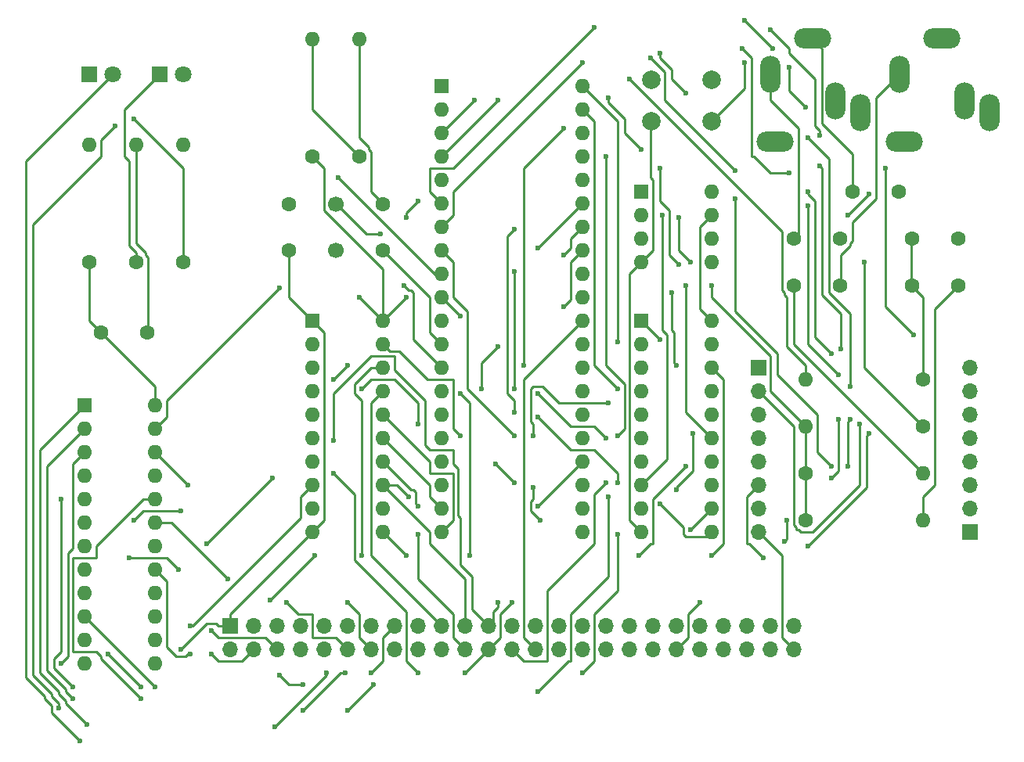
<source format=gtl>
G04 #@! TF.FileFunction,Copper,L1,Top,Signal*
%FSLAX46Y46*%
G04 Gerber Fmt 4.6, Leading zero omitted, Abs format (unit mm)*
G04 Created by KiCad (PCBNEW 4.0.7) date 03/30/18 14:47:40*
%MOMM*%
%LPD*%
G01*
G04 APERTURE LIST*
%ADD10C,0.100000*%
%ADD11C,1.600000*%
%ADD12R,1.700000X1.700000*%
%ADD13O,1.700000X1.700000*%
%ADD14R,1.800000X1.800000*%
%ADD15C,1.800000*%
%ADD16C,1.700000*%
%ADD17O,1.600000X1.600000*%
%ADD18C,2.000000*%
%ADD19R,1.600000X1.600000*%
%ADD20O,2.200000X4.000000*%
%ADD21O,4.000000X2.200000*%
%ADD22C,0.600000*%
%ADD23C,0.250000*%
G04 APERTURE END LIST*
D10*
D11*
X100330000Y-73660000D03*
X100330000Y-68660000D03*
X110490000Y-73660000D03*
X110490000Y-68660000D03*
X80010000Y-82550000D03*
X85010000Y-82550000D03*
D12*
X93980000Y-114300000D03*
D13*
X93980000Y-116840000D03*
X96520000Y-114300000D03*
X96520000Y-116840000D03*
X99060000Y-114300000D03*
X99060000Y-116840000D03*
X101600000Y-114300000D03*
X101600000Y-116840000D03*
X104140000Y-114300000D03*
X104140000Y-116840000D03*
X106680000Y-114300000D03*
X106680000Y-116840000D03*
X109220000Y-114300000D03*
X109220000Y-116840000D03*
X111760000Y-114300000D03*
X111760000Y-116840000D03*
X114300000Y-114300000D03*
X114300000Y-116840000D03*
X116840000Y-114300000D03*
X116840000Y-116840000D03*
X119380000Y-114300000D03*
X119380000Y-116840000D03*
X121920000Y-114300000D03*
X121920000Y-116840000D03*
X124460000Y-114300000D03*
X124460000Y-116840000D03*
X127000000Y-114300000D03*
X127000000Y-116840000D03*
X129540000Y-114300000D03*
X129540000Y-116840000D03*
X132080000Y-114300000D03*
X132080000Y-116840000D03*
X134620000Y-114300000D03*
X134620000Y-116840000D03*
X137160000Y-114300000D03*
X137160000Y-116840000D03*
X139700000Y-114300000D03*
X139700000Y-116840000D03*
X142240000Y-114300000D03*
X142240000Y-116840000D03*
X144780000Y-114300000D03*
X144780000Y-116840000D03*
X147320000Y-114300000D03*
X147320000Y-116840000D03*
X149860000Y-114300000D03*
X149860000Y-116840000D03*
X152400000Y-114300000D03*
X152400000Y-116840000D03*
X154940000Y-114300000D03*
X154940000Y-116840000D03*
D14*
X86360000Y-54610000D03*
D15*
X88900000Y-54610000D03*
D14*
X78740000Y-54610000D03*
D15*
X81280000Y-54610000D03*
D12*
X151130000Y-86360000D03*
D13*
X151130000Y-88900000D03*
X151130000Y-91440000D03*
X151130000Y-93980000D03*
X151130000Y-96520000D03*
X151130000Y-99060000D03*
X151130000Y-101600000D03*
X151130000Y-104140000D03*
D12*
X173990000Y-104140000D03*
D13*
X173990000Y-101600000D03*
X173990000Y-99060000D03*
X173990000Y-96520000D03*
X173990000Y-93980000D03*
X173990000Y-91440000D03*
X173990000Y-88900000D03*
X173990000Y-86360000D03*
D16*
X105410000Y-73660000D03*
X105410000Y-68660000D03*
D11*
X78740000Y-74930000D03*
D17*
X78740000Y-62230000D03*
D11*
X83820000Y-74930000D03*
D17*
X83820000Y-62230000D03*
D11*
X88900000Y-74930000D03*
D17*
X88900000Y-62230000D03*
D18*
X146050000Y-55190000D03*
X146050000Y-59690000D03*
X139550000Y-55190000D03*
X139550000Y-59690000D03*
D19*
X78232000Y-90424000D03*
D17*
X85852000Y-118364000D03*
X78232000Y-92964000D03*
X85852000Y-115824000D03*
X78232000Y-95504000D03*
X85852000Y-113284000D03*
X78232000Y-98044000D03*
X85852000Y-110744000D03*
X78232000Y-100584000D03*
X85852000Y-108204000D03*
X78232000Y-103124000D03*
X85852000Y-105664000D03*
X78232000Y-105664000D03*
X85852000Y-103124000D03*
X78232000Y-108204000D03*
X85852000Y-100584000D03*
X78232000Y-110744000D03*
X85852000Y-98044000D03*
X78232000Y-113284000D03*
X85852000Y-95504000D03*
X78232000Y-115824000D03*
X85852000Y-92964000D03*
X78232000Y-118364000D03*
X85852000Y-90424000D03*
D19*
X102870000Y-81280000D03*
D17*
X110490000Y-104140000D03*
X102870000Y-83820000D03*
X110490000Y-101600000D03*
X102870000Y-86360000D03*
X110490000Y-99060000D03*
X102870000Y-88900000D03*
X110490000Y-96520000D03*
X102870000Y-91440000D03*
X110490000Y-93980000D03*
X102870000Y-93980000D03*
X110490000Y-91440000D03*
X102870000Y-96520000D03*
X110490000Y-88900000D03*
X102870000Y-99060000D03*
X110490000Y-86360000D03*
X102870000Y-101600000D03*
X110490000Y-83820000D03*
X102870000Y-104140000D03*
X110490000Y-81280000D03*
D19*
X138430000Y-81280000D03*
D17*
X146050000Y-104140000D03*
X138430000Y-83820000D03*
X146050000Y-101600000D03*
X138430000Y-86360000D03*
X146050000Y-99060000D03*
X138430000Y-88900000D03*
X146050000Y-96520000D03*
X138430000Y-91440000D03*
X146050000Y-93980000D03*
X138430000Y-93980000D03*
X146050000Y-91440000D03*
X138430000Y-96520000D03*
X146050000Y-88900000D03*
X138430000Y-99060000D03*
X146050000Y-86360000D03*
X138430000Y-101600000D03*
X146050000Y-83820000D03*
X138430000Y-104140000D03*
X146050000Y-81280000D03*
D19*
X116840000Y-55880000D03*
D17*
X132080000Y-104140000D03*
X116840000Y-58420000D03*
X132080000Y-101600000D03*
X116840000Y-60960000D03*
X132080000Y-99060000D03*
X116840000Y-63500000D03*
X132080000Y-96520000D03*
X116840000Y-66040000D03*
X132080000Y-93980000D03*
X116840000Y-68580000D03*
X132080000Y-91440000D03*
X116840000Y-71120000D03*
X132080000Y-88900000D03*
X116840000Y-73660000D03*
X132080000Y-86360000D03*
X116840000Y-76200000D03*
X132080000Y-83820000D03*
X116840000Y-78740000D03*
X132080000Y-81280000D03*
X116840000Y-81280000D03*
X132080000Y-78740000D03*
X116840000Y-83820000D03*
X132080000Y-76200000D03*
X116840000Y-86360000D03*
X132080000Y-73660000D03*
X116840000Y-88900000D03*
X132080000Y-71120000D03*
X116840000Y-91440000D03*
X132080000Y-68580000D03*
X116840000Y-93980000D03*
X132080000Y-66040000D03*
X116840000Y-96520000D03*
X132080000Y-63500000D03*
X116840000Y-99060000D03*
X132080000Y-60960000D03*
X116840000Y-101600000D03*
X132080000Y-58420000D03*
X116840000Y-104140000D03*
X132080000Y-55880000D03*
D11*
X172720000Y-72390000D03*
X167720000Y-72390000D03*
X168910000Y-87630000D03*
D17*
X156210000Y-87630000D03*
D11*
X172720000Y-77470000D03*
X167720000Y-77470000D03*
X154940000Y-77470000D03*
X159940000Y-77470000D03*
X154940000Y-72390000D03*
X159940000Y-72390000D03*
X161290000Y-67310000D03*
X166290000Y-67310000D03*
D20*
X152400000Y-54610000D03*
D21*
X152900000Y-61910000D03*
D20*
X159500000Y-57510000D03*
X162200000Y-58710000D03*
D21*
X157000000Y-50710000D03*
D20*
X166370000Y-54610000D03*
D21*
X166870000Y-61910000D03*
D20*
X173470000Y-57510000D03*
X176170000Y-58710000D03*
D21*
X170970000Y-50710000D03*
D11*
X156210000Y-97790000D03*
D17*
X168910000Y-97790000D03*
D11*
X156210000Y-102870000D03*
D17*
X168910000Y-102870000D03*
D11*
X107950000Y-63500000D03*
D17*
X107950000Y-50800000D03*
D11*
X102870000Y-63500000D03*
D17*
X102870000Y-50800000D03*
D11*
X168910000Y-92710000D03*
D17*
X156210000Y-92710000D03*
D19*
X138430000Y-67310000D03*
D17*
X146050000Y-74930000D03*
X138430000Y-69850000D03*
X146050000Y-72390000D03*
X138430000Y-72390000D03*
X146050000Y-69850000D03*
X138430000Y-74930000D03*
X146050000Y-67310000D03*
D22*
X149606000Y-53340000D03*
X88646000Y-116840000D03*
X112776000Y-77470000D03*
X110236000Y-71882000D03*
X107950000Y-78740000D03*
X118872000Y-80772000D03*
X113030000Y-78740000D03*
X91948000Y-117348000D03*
X89662000Y-117348000D03*
X91948000Y-114808000D03*
X85852000Y-120904000D03*
X100076000Y-111760000D03*
X88392000Y-108204000D03*
X83058000Y-106934000D03*
X106680000Y-111760000D03*
X88646000Y-101854000D03*
X83566000Y-102870000D03*
X109220000Y-119380000D03*
X101854000Y-120650000D03*
X99314000Y-119634000D03*
X75692000Y-118364000D03*
X106426000Y-119380000D03*
X101854000Y-123444000D03*
X76962000Y-120904000D03*
X75692000Y-100584000D03*
X78486000Y-124968000D03*
X98806000Y-125222000D03*
X104394000Y-119380000D03*
X76962000Y-122174000D03*
X106680000Y-123444000D03*
X109474000Y-120650000D03*
X108204000Y-106680000D03*
X113284000Y-100330000D03*
X114300000Y-104394000D03*
X114300000Y-101346000D03*
X105156000Y-94234000D03*
X122936000Y-111760000D03*
X138176000Y-106680000D03*
X143256000Y-97028000D03*
X119380000Y-119380000D03*
X84328000Y-120904000D03*
X80772000Y-117348000D03*
X89662000Y-114300000D03*
X124460000Y-111760000D03*
X143764000Y-103886000D03*
X146050000Y-106680000D03*
X106680000Y-86106000D03*
X105156000Y-87630000D03*
X144018000Y-93472000D03*
X142240000Y-99568000D03*
X134620000Y-98806000D03*
X108204000Y-88646000D03*
X114300000Y-92456000D03*
X93726000Y-109220000D03*
X98298000Y-111506000D03*
X103124000Y-106680000D03*
X91440000Y-105410000D03*
X98552000Y-98298000D03*
X105156000Y-97790000D03*
X114300000Y-119380000D03*
X84328000Y-122174000D03*
X144780000Y-111760000D03*
X153924000Y-105156000D03*
X154178000Y-102870000D03*
X159004000Y-98298000D03*
X159766000Y-91948000D03*
X159766000Y-87122000D03*
X156464000Y-68834000D03*
X143256000Y-56642000D03*
X140462000Y-52324000D03*
X81534000Y-60198000D03*
X75438000Y-123190000D03*
X127254000Y-121412000D03*
X134874000Y-100330000D03*
X83566000Y-59436000D03*
X77724000Y-126746000D03*
X132080000Y-119380000D03*
X135890000Y-104394000D03*
X162052000Y-92456000D03*
X159004000Y-84836000D03*
X156464000Y-67310000D03*
X154432000Y-65278000D03*
X149352000Y-51816000D03*
X120396000Y-57404000D03*
X122936000Y-57404000D03*
X156464000Y-61468000D03*
X161036000Y-88392000D03*
X161036000Y-91948000D03*
X160782000Y-97028000D03*
X134874000Y-90170000D03*
X126746000Y-93726000D03*
X124714000Y-93726000D03*
X159004000Y-97028000D03*
X148590000Y-68072000D03*
X148590000Y-65024000D03*
X139446000Y-52832000D03*
X132080000Y-53340000D03*
X133350000Y-49530000D03*
X152400000Y-49784000D03*
X157734000Y-61214000D03*
X157734000Y-64516000D03*
X160020000Y-84328000D03*
X163068000Y-93472000D03*
X156464000Y-105664000D03*
X151638000Y-106934000D03*
X167894000Y-82804000D03*
X164846000Y-64770000D03*
X156210000Y-58166000D03*
X154432000Y-53848000D03*
X152654000Y-51816000D03*
X149606000Y-48768000D03*
X105664000Y-65786000D03*
X122936000Y-84074000D03*
X121158000Y-88646000D03*
X118872000Y-89154000D03*
X119888000Y-106680000D03*
X113030000Y-106680000D03*
X142494000Y-75184000D03*
X140462000Y-64770000D03*
X138430000Y-62738000D03*
X134874000Y-57150000D03*
X114300000Y-68326000D03*
X113030000Y-70104000D03*
X99314000Y-77724000D03*
X140462000Y-83312000D03*
X127508000Y-102870000D03*
X126746000Y-99314000D03*
X124714000Y-98806000D03*
X122682000Y-96774000D03*
X118872000Y-93726000D03*
X140716000Y-69850000D03*
X142240000Y-86106000D03*
X141732000Y-78232000D03*
X130048000Y-79756000D03*
X135890000Y-93726000D03*
X134620000Y-63500000D03*
X143256000Y-77470000D03*
X130048000Y-74168000D03*
X135890000Y-88646000D03*
X127254000Y-73406000D03*
X124714000Y-75946000D03*
X124714000Y-88646000D03*
X127254000Y-89154000D03*
X134620000Y-93980000D03*
X135890000Y-83566000D03*
X124714000Y-71374000D03*
X124714000Y-91186000D03*
X127254000Y-91694000D03*
X135890000Y-98806000D03*
X140462000Y-101092000D03*
X130048000Y-60452000D03*
X125730000Y-86106000D03*
X127254000Y-101346000D03*
X89408000Y-99060000D03*
X137160000Y-55118000D03*
X162560000Y-74930000D03*
X160782000Y-69850000D03*
X163068000Y-67564000D03*
X146050000Y-77470000D03*
X143764000Y-74930000D03*
X142494000Y-70104000D03*
D23*
X102870000Y-104140000D02*
X93980000Y-113030000D01*
X93980000Y-113030000D02*
X93980000Y-114300000D01*
X146050000Y-59690000D02*
X149606000Y-56134000D01*
X149606000Y-56134000D02*
X149606000Y-53340000D01*
X157000000Y-50710000D02*
X156972000Y-50800000D01*
X156972000Y-50800000D02*
X157988000Y-51816000D01*
X157988000Y-51816000D02*
X157988000Y-59944000D01*
X157988000Y-59944000D02*
X161290000Y-63246000D01*
X161290000Y-63246000D02*
X161290000Y-67310000D01*
X93980000Y-114300000D02*
X92710000Y-114300000D01*
X92710000Y-114300000D02*
X92456000Y-114046000D01*
X92456000Y-114046000D02*
X91440000Y-114046000D01*
X91440000Y-114046000D02*
X88646000Y-116840000D01*
X138430000Y-74930000D02*
X137160000Y-76200000D01*
X137160000Y-76200000D02*
X137160000Y-102870000D01*
X137160000Y-102870000D02*
X138430000Y-104140000D01*
X151130000Y-104140000D02*
X153670000Y-106680000D01*
X153670000Y-106680000D02*
X153670000Y-115570000D01*
X153670000Y-115570000D02*
X154940000Y-116840000D01*
X110490000Y-68660000D02*
X110490000Y-68580000D01*
X110490000Y-68580000D02*
X109220000Y-67310000D01*
X109220000Y-67310000D02*
X109220000Y-62992000D01*
X109220000Y-62992000D02*
X108966000Y-62738000D01*
X108966000Y-62738000D02*
X108966000Y-62484000D01*
X108966000Y-62484000D02*
X107950000Y-61468000D01*
X107950000Y-61468000D02*
X107950000Y-50800000D01*
X85010000Y-82550000D02*
X85090000Y-82550000D01*
X85090000Y-82550000D02*
X85090000Y-74422000D01*
X85090000Y-74422000D02*
X84836000Y-74168000D01*
X84836000Y-74168000D02*
X84836000Y-73914000D01*
X84836000Y-73914000D02*
X83820000Y-72898000D01*
X83820000Y-72898000D02*
X83820000Y-62230000D01*
X102870000Y-104140000D02*
X104140000Y-102870000D01*
X104140000Y-102870000D02*
X104140000Y-82550000D01*
X104140000Y-82550000D02*
X102870000Y-81280000D01*
X138430000Y-74930000D02*
X139700000Y-73660000D01*
X139700000Y-73660000D02*
X139700000Y-66040000D01*
X139700000Y-66040000D02*
X139446000Y-65786000D01*
X139446000Y-65786000D02*
X139446000Y-59690000D01*
X139446000Y-59690000D02*
X139550000Y-59690000D01*
X102870000Y-81280000D02*
X100330000Y-78740000D01*
X100330000Y-78740000D02*
X100330000Y-73660000D01*
X116840000Y-86360000D02*
X113792000Y-83312000D01*
X113792000Y-83312000D02*
X113792000Y-78232000D01*
X113792000Y-78232000D02*
X113538000Y-77978000D01*
X113538000Y-77978000D02*
X113284000Y-77978000D01*
X113284000Y-77978000D02*
X112776000Y-77470000D01*
X110236000Y-71882000D02*
X108712000Y-71882000D01*
X108712000Y-71882000D02*
X105410000Y-68580000D01*
X105410000Y-68580000D02*
X105410000Y-68660000D01*
X110490000Y-73660000D02*
X115570000Y-78740000D01*
X115570000Y-78740000D02*
X115570000Y-82550000D01*
X115570000Y-82550000D02*
X116840000Y-83820000D01*
X132080000Y-81280000D02*
X125730000Y-87630000D01*
X125730000Y-87630000D02*
X125730000Y-115570000D01*
X125730000Y-115570000D02*
X127000000Y-116840000D01*
X102870000Y-63500000D02*
X104140000Y-64770000D01*
X104140000Y-64770000D02*
X104140000Y-69342000D01*
X104140000Y-69342000D02*
X110490000Y-75692000D01*
X110490000Y-75692000D02*
X110490000Y-81280000D01*
X110490000Y-81280000D02*
X107950000Y-78740000D01*
X80010000Y-82550000D02*
X85852000Y-88392000D01*
X85852000Y-88392000D02*
X85852000Y-90424000D01*
X116840000Y-78740000D02*
X118872000Y-80772000D01*
X110490000Y-81280000D02*
X113030000Y-78740000D01*
X80010000Y-82550000D02*
X78740000Y-81280000D01*
X78740000Y-81280000D02*
X78740000Y-74930000D01*
X146050000Y-81280000D02*
X144780000Y-80010000D01*
X144780000Y-80010000D02*
X144780000Y-71120000D01*
X144780000Y-71120000D02*
X146050000Y-69850000D01*
X96520000Y-116840000D02*
X95250000Y-118110000D01*
X95250000Y-118110000D02*
X92710000Y-118110000D01*
X92710000Y-118110000D02*
X91948000Y-117348000D01*
X89662000Y-117348000D02*
X89408000Y-117348000D01*
X89408000Y-117348000D02*
X89154000Y-117602000D01*
X89154000Y-117602000D02*
X88138000Y-117602000D01*
X88138000Y-117602000D02*
X87122000Y-116586000D01*
X87122000Y-116586000D02*
X87122000Y-109474000D01*
X87122000Y-109474000D02*
X85852000Y-108204000D01*
X99060000Y-116840000D02*
X97790000Y-115570000D01*
X97790000Y-115570000D02*
X92710000Y-115570000D01*
X92710000Y-115570000D02*
X91948000Y-114808000D01*
X85852000Y-120904000D02*
X78232000Y-113284000D01*
X106680000Y-116840000D02*
X105410000Y-115570000D01*
X105410000Y-115570000D02*
X102870000Y-115570000D01*
X102870000Y-115570000D02*
X102870000Y-113030000D01*
X102870000Y-113030000D02*
X101346000Y-113030000D01*
X101346000Y-113030000D02*
X100076000Y-111760000D01*
X88392000Y-108204000D02*
X87122000Y-106934000D01*
X87122000Y-106934000D02*
X83058000Y-106934000D01*
X109220000Y-116840000D02*
X107950000Y-115570000D01*
X107950000Y-115570000D02*
X107950000Y-113030000D01*
X107950000Y-113030000D02*
X106680000Y-111760000D01*
X88646000Y-101854000D02*
X84582000Y-101854000D01*
X84582000Y-101854000D02*
X83566000Y-102870000D01*
X111760000Y-114300000D02*
X110490000Y-115570000D01*
X110490000Y-115570000D02*
X110490000Y-118110000D01*
X110490000Y-118110000D02*
X109220000Y-119380000D01*
X101854000Y-120650000D02*
X100330000Y-120650000D01*
X100330000Y-120650000D02*
X99314000Y-119634000D01*
X75692000Y-118364000D02*
X76454000Y-117602000D01*
X76454000Y-117602000D02*
X76454000Y-106426000D01*
X76454000Y-106426000D02*
X76962000Y-105918000D01*
X76962000Y-105918000D02*
X76962000Y-96774000D01*
X76962000Y-96774000D02*
X78232000Y-95504000D01*
X106426000Y-119380000D02*
X105918000Y-119380000D01*
X105918000Y-119380000D02*
X101854000Y-123444000D01*
X76962000Y-120904000D02*
X74930000Y-118872000D01*
X74930000Y-118872000D02*
X74930000Y-117856000D01*
X74930000Y-117856000D02*
X75692000Y-117094000D01*
X75692000Y-117094000D02*
X75692000Y-100584000D01*
X78232000Y-90424000D02*
X73406000Y-95250000D01*
X73406000Y-95250000D02*
X73406000Y-119380000D01*
X73406000Y-119380000D02*
X75438000Y-121412000D01*
X75438000Y-121412000D02*
X75438000Y-121666000D01*
X75438000Y-121666000D02*
X76200000Y-122428000D01*
X76200000Y-122428000D02*
X76200000Y-122682000D01*
X76200000Y-122682000D02*
X78486000Y-124968000D01*
X98806000Y-125222000D02*
X104394000Y-119634000D01*
X104394000Y-119634000D02*
X104394000Y-119380000D01*
X78232000Y-92964000D02*
X74168000Y-97028000D01*
X74168000Y-97028000D02*
X74168000Y-119126000D01*
X74168000Y-119126000D02*
X76200000Y-121158000D01*
X76200000Y-121158000D02*
X76200000Y-121412000D01*
X76200000Y-121412000D02*
X76962000Y-122174000D01*
X106680000Y-123444000D02*
X109474000Y-120650000D01*
X116840000Y-114300000D02*
X109220000Y-106680000D01*
X109220000Y-106680000D02*
X109220000Y-90170000D01*
X109220000Y-90170000D02*
X110490000Y-88900000D01*
X110490000Y-86360000D02*
X109220000Y-86360000D01*
X109220000Y-86360000D02*
X107442000Y-88138000D01*
X107442000Y-88138000D02*
X107442000Y-89154000D01*
X107442000Y-89154000D02*
X108204000Y-89916000D01*
X108204000Y-89916000D02*
X108204000Y-106680000D01*
X110490000Y-99060000D02*
X115570000Y-104140000D01*
X115570000Y-104140000D02*
X115570000Y-105410000D01*
X115570000Y-105410000D02*
X119380000Y-109220000D01*
X119380000Y-109220000D02*
X119380000Y-114300000D01*
X110490000Y-99060000D02*
X112014000Y-99060000D01*
X112014000Y-99060000D02*
X113284000Y-100330000D01*
X119380000Y-116840000D02*
X118110000Y-115570000D01*
X118110000Y-115570000D02*
X118110000Y-113030000D01*
X118110000Y-113030000D02*
X114300000Y-109220000D01*
X114300000Y-109220000D02*
X114300000Y-104394000D01*
X114300000Y-101346000D02*
X114046000Y-101092000D01*
X114046000Y-101092000D02*
X114046000Y-99822000D01*
X114046000Y-99822000D02*
X113792000Y-99568000D01*
X113792000Y-99568000D02*
X113538000Y-99568000D01*
X113538000Y-99568000D02*
X110490000Y-96520000D01*
X121920000Y-114300000D02*
X120142000Y-112522000D01*
X120142000Y-112522000D02*
X120142000Y-108966000D01*
X120142000Y-108966000D02*
X118872000Y-107696000D01*
X118872000Y-107696000D02*
X118872000Y-102616000D01*
X118872000Y-102616000D02*
X118618000Y-102362000D01*
X118618000Y-102362000D02*
X118618000Y-97282000D01*
X118618000Y-97282000D02*
X118110000Y-96774000D01*
X118110000Y-96774000D02*
X118110000Y-95250000D01*
X118110000Y-95250000D02*
X115570000Y-95250000D01*
X115570000Y-95250000D02*
X115062000Y-94742000D01*
X115062000Y-94742000D02*
X115062000Y-89916000D01*
X115062000Y-89916000D02*
X111760000Y-86614000D01*
X111760000Y-86614000D02*
X111760000Y-85090000D01*
X111760000Y-85090000D02*
X109220000Y-85090000D01*
X109220000Y-85090000D02*
X105156000Y-89154000D01*
X105156000Y-89154000D02*
X105156000Y-94234000D01*
X121920000Y-114300000D02*
X122428000Y-113792000D01*
X122428000Y-113792000D02*
X122428000Y-112776000D01*
X122428000Y-112776000D02*
X122936000Y-112268000D01*
X122936000Y-112268000D02*
X122936000Y-111760000D01*
X138176000Y-106680000D02*
X139446000Y-105410000D01*
X139446000Y-105410000D02*
X139700000Y-105410000D01*
X139700000Y-105410000D02*
X139700000Y-100584000D01*
X139700000Y-100584000D02*
X143256000Y-97028000D01*
X121920000Y-116840000D02*
X119380000Y-119380000D01*
X84328000Y-120904000D02*
X80772000Y-117348000D01*
X89662000Y-114300000D02*
X89916000Y-114300000D01*
X89916000Y-114300000D02*
X101600000Y-102616000D01*
X101600000Y-102616000D02*
X101600000Y-100330000D01*
X101600000Y-100330000D02*
X102870000Y-99060000D01*
X121920000Y-116840000D02*
X123190000Y-115570000D01*
X123190000Y-115570000D02*
X123190000Y-113030000D01*
X123190000Y-113030000D02*
X124460000Y-111760000D01*
X143764000Y-103886000D02*
X146050000Y-101600000D01*
X146050000Y-86360000D02*
X147320000Y-87630000D01*
X147320000Y-87630000D02*
X147320000Y-105410000D01*
X147320000Y-105410000D02*
X146050000Y-106680000D01*
X106680000Y-86106000D02*
X105156000Y-87630000D01*
X144018000Y-93472000D02*
X144018000Y-97536000D01*
X144018000Y-97536000D02*
X142240000Y-99314000D01*
X142240000Y-99314000D02*
X142240000Y-99568000D01*
X134620000Y-98806000D02*
X133350000Y-100076000D01*
X133350000Y-100076000D02*
X133350000Y-105410000D01*
X133350000Y-105410000D02*
X128270000Y-110490000D01*
X128270000Y-110490000D02*
X128270000Y-118110000D01*
X128270000Y-118110000D02*
X125730000Y-118110000D01*
X125730000Y-118110000D02*
X124460000Y-116840000D01*
X108204000Y-88646000D02*
X109220000Y-87630000D01*
X109220000Y-87630000D02*
X111760000Y-87630000D01*
X111760000Y-87630000D02*
X114300000Y-90170000D01*
X114300000Y-90170000D02*
X114300000Y-92456000D01*
X85852000Y-103124000D02*
X87630000Y-103124000D01*
X87630000Y-103124000D02*
X93726000Y-109220000D01*
X98298000Y-111506000D02*
X103124000Y-106680000D01*
X91440000Y-105410000D02*
X98552000Y-98298000D01*
X105156000Y-97790000D02*
X107442000Y-100076000D01*
X107442000Y-100076000D02*
X107442000Y-107188000D01*
X107442000Y-107188000D02*
X113030000Y-112776000D01*
X113030000Y-112776000D02*
X113030000Y-118110000D01*
X113030000Y-118110000D02*
X114300000Y-119380000D01*
X85852000Y-100584000D02*
X84582000Y-100584000D01*
X84582000Y-100584000D02*
X79502000Y-105664000D01*
X79502000Y-105664000D02*
X79502000Y-106934000D01*
X79502000Y-106934000D02*
X76962000Y-106934000D01*
X76962000Y-106934000D02*
X76962000Y-117094000D01*
X76962000Y-117094000D02*
X79502000Y-117094000D01*
X79502000Y-117094000D02*
X80010000Y-117602000D01*
X80010000Y-117602000D02*
X80010000Y-117856000D01*
X80010000Y-117856000D02*
X84328000Y-122174000D01*
X142240000Y-116840000D02*
X143510000Y-115570000D01*
X143510000Y-115570000D02*
X143510000Y-113030000D01*
X143510000Y-113030000D02*
X144780000Y-111760000D01*
X153924000Y-105156000D02*
X154178000Y-104902000D01*
X154178000Y-104902000D02*
X154178000Y-102870000D01*
X159004000Y-98298000D02*
X159766000Y-97536000D01*
X159766000Y-97536000D02*
X159766000Y-91948000D01*
X159766000Y-87122000D02*
X156464000Y-83820000D01*
X156464000Y-83820000D02*
X156464000Y-68834000D01*
X143256000Y-56642000D02*
X141732000Y-55118000D01*
X141732000Y-55118000D02*
X141732000Y-54102000D01*
X141732000Y-54102000D02*
X140462000Y-52832000D01*
X140462000Y-52832000D02*
X140462000Y-52324000D01*
X86360000Y-54610000D02*
X82550000Y-58420000D01*
X82550000Y-58420000D02*
X82550000Y-63500000D01*
X82550000Y-63500000D02*
X83058000Y-64008000D01*
X83058000Y-64008000D02*
X83058000Y-73152000D01*
X83058000Y-73152000D02*
X83820000Y-73914000D01*
X83820000Y-73914000D02*
X83820000Y-74930000D01*
X81534000Y-60198000D02*
X80010000Y-61722000D01*
X80010000Y-61722000D02*
X80010000Y-63500000D01*
X80010000Y-63500000D02*
X72644000Y-70866000D01*
X72644000Y-70866000D02*
X72644000Y-119634000D01*
X72644000Y-119634000D02*
X74676000Y-121666000D01*
X74676000Y-121666000D02*
X74676000Y-121920000D01*
X74676000Y-121920000D02*
X75438000Y-122682000D01*
X75438000Y-122682000D02*
X75438000Y-123190000D01*
X127254000Y-121412000D02*
X130556000Y-118110000D01*
X130556000Y-118110000D02*
X130810000Y-118110000D01*
X130810000Y-118110000D02*
X130810000Y-113030000D01*
X130810000Y-113030000D02*
X134874000Y-108966000D01*
X134874000Y-108966000D02*
X134874000Y-100330000D01*
X83566000Y-59436000D02*
X88900000Y-64770000D01*
X88900000Y-64770000D02*
X88900000Y-74930000D01*
X81280000Y-54610000D02*
X71882000Y-64008000D01*
X71882000Y-64008000D02*
X71882000Y-119888000D01*
X71882000Y-119888000D02*
X73914000Y-121920000D01*
X73914000Y-121920000D02*
X73914000Y-122174000D01*
X73914000Y-122174000D02*
X74676000Y-122936000D01*
X74676000Y-122936000D02*
X74676000Y-123698000D01*
X74676000Y-123698000D02*
X77724000Y-126746000D01*
X132080000Y-119380000D02*
X133350000Y-118110000D01*
X133350000Y-118110000D02*
X133350000Y-113030000D01*
X133350000Y-113030000D02*
X135890000Y-110490000D01*
X135890000Y-110490000D02*
X135890000Y-104394000D01*
X151130000Y-88900000D02*
X154940000Y-92710000D01*
X154940000Y-92710000D02*
X154940000Y-103378000D01*
X154940000Y-103378000D02*
X155194000Y-103632000D01*
X155194000Y-103632000D02*
X155194000Y-103886000D01*
X155194000Y-103886000D02*
X155448000Y-103886000D01*
X155448000Y-103886000D02*
X155702000Y-104140000D01*
X155702000Y-104140000D02*
X156972000Y-104140000D01*
X156972000Y-104140000D02*
X162052000Y-99060000D01*
X162052000Y-99060000D02*
X162052000Y-92456000D01*
X159004000Y-84836000D02*
X157226000Y-83058000D01*
X157226000Y-83058000D02*
X157226000Y-68326000D01*
X157226000Y-68326000D02*
X156464000Y-67564000D01*
X156464000Y-67564000D02*
X156464000Y-67310000D01*
X154432000Y-65278000D02*
X152400000Y-65278000D01*
X152400000Y-65278000D02*
X150622000Y-63500000D01*
X150622000Y-63500000D02*
X150368000Y-63500000D01*
X150368000Y-63500000D02*
X150368000Y-52832000D01*
X150368000Y-52832000D02*
X149352000Y-51816000D01*
X120396000Y-57404000D02*
X116840000Y-60960000D01*
X116840000Y-63500000D02*
X122936000Y-57404000D01*
X156464000Y-61468000D02*
X158750000Y-63754000D01*
X158750000Y-63754000D02*
X158750000Y-78232000D01*
X158750000Y-78232000D02*
X161036000Y-80518000D01*
X161036000Y-80518000D02*
X161036000Y-88392000D01*
X161036000Y-91948000D02*
X160782000Y-92202000D01*
X160782000Y-92202000D02*
X160782000Y-97028000D01*
X134874000Y-90170000D02*
X129540000Y-90170000D01*
X129540000Y-90170000D02*
X127762000Y-88392000D01*
X127762000Y-88392000D02*
X126746000Y-88392000D01*
X126746000Y-88392000D02*
X126492000Y-88646000D01*
X126492000Y-88646000D02*
X126492000Y-92202000D01*
X126492000Y-92202000D02*
X126746000Y-92456000D01*
X126746000Y-92456000D02*
X126746000Y-93726000D01*
X124714000Y-93726000D02*
X119634000Y-88646000D01*
X119634000Y-88646000D02*
X119634000Y-80264000D01*
X119634000Y-80264000D02*
X118110000Y-78740000D01*
X118110000Y-78740000D02*
X118110000Y-74930000D01*
X118110000Y-74930000D02*
X116840000Y-73660000D01*
X159004000Y-97028000D02*
X157480000Y-95504000D01*
X157480000Y-95504000D02*
X157480000Y-91440000D01*
X157480000Y-91440000D02*
X153162000Y-87122000D01*
X153162000Y-87122000D02*
X153162000Y-84836000D01*
X153162000Y-84836000D02*
X148590000Y-80264000D01*
X148590000Y-80264000D02*
X148590000Y-68072000D01*
X148590000Y-65024000D02*
X140970000Y-57404000D01*
X140970000Y-57404000D02*
X140970000Y-54356000D01*
X140970000Y-54356000D02*
X139446000Y-52832000D01*
X132080000Y-53340000D02*
X118110000Y-67310000D01*
X118110000Y-67310000D02*
X118110000Y-69850000D01*
X118110000Y-69850000D02*
X116840000Y-71120000D01*
X116840000Y-68580000D02*
X115570000Y-67310000D01*
X115570000Y-67310000D02*
X115570000Y-64770000D01*
X115570000Y-64770000D02*
X118110000Y-64770000D01*
X118110000Y-64770000D02*
X133350000Y-49530000D01*
X152400000Y-49784000D02*
X154432000Y-51816000D01*
X154432000Y-51816000D02*
X154432000Y-52324000D01*
X154432000Y-52324000D02*
X157226000Y-55118000D01*
X157226000Y-55118000D02*
X157226000Y-60198000D01*
X157226000Y-60198000D02*
X157734000Y-60706000D01*
X157734000Y-60706000D02*
X157734000Y-61214000D01*
X157734000Y-64516000D02*
X157988000Y-64770000D01*
X157988000Y-64770000D02*
X157988000Y-78486000D01*
X157988000Y-78486000D02*
X160020000Y-80518000D01*
X160020000Y-80518000D02*
X160020000Y-84328000D01*
X163068000Y-93472000D02*
X162814000Y-93726000D01*
X162814000Y-93726000D02*
X162814000Y-99314000D01*
X162814000Y-99314000D02*
X156464000Y-105664000D01*
X151638000Y-106934000D02*
X150114000Y-105410000D01*
X150114000Y-105410000D02*
X149860000Y-105410000D01*
X149860000Y-105410000D02*
X149860000Y-100330000D01*
X149860000Y-100330000D02*
X151130000Y-99060000D01*
X167894000Y-82804000D02*
X164846000Y-79756000D01*
X164846000Y-79756000D02*
X164846000Y-64770000D01*
X156210000Y-58166000D02*
X154432000Y-56388000D01*
X154432000Y-56388000D02*
X154432000Y-53848000D01*
X152654000Y-51816000D02*
X149606000Y-48768000D01*
X116840000Y-76200000D02*
X116078000Y-76200000D01*
X116078000Y-76200000D02*
X105664000Y-65786000D01*
X122936000Y-84074000D02*
X121158000Y-85852000D01*
X121158000Y-85852000D02*
X121158000Y-88646000D01*
X118872000Y-89154000D02*
X119888000Y-90170000D01*
X119888000Y-90170000D02*
X119888000Y-106680000D01*
X113030000Y-106680000D02*
X110490000Y-104140000D01*
X142494000Y-75184000D02*
X141478000Y-74168000D01*
X141478000Y-74168000D02*
X141478000Y-69342000D01*
X141478000Y-69342000D02*
X140462000Y-68326000D01*
X140462000Y-68326000D02*
X140462000Y-64770000D01*
X138430000Y-62738000D02*
X136652000Y-60960000D01*
X136652000Y-60960000D02*
X136652000Y-59436000D01*
X136652000Y-59436000D02*
X134874000Y-57658000D01*
X134874000Y-57658000D02*
X134874000Y-57150000D01*
X114300000Y-68326000D02*
X113030000Y-69596000D01*
X113030000Y-69596000D02*
X113030000Y-70104000D01*
X99314000Y-77724000D02*
X87122000Y-89916000D01*
X87122000Y-89916000D02*
X87122000Y-91694000D01*
X87122000Y-91694000D02*
X85852000Y-92964000D01*
X138430000Y-81280000D02*
X140462000Y-83312000D01*
X110490000Y-93980000D02*
X115570000Y-99060000D01*
X115570000Y-99060000D02*
X115570000Y-100330000D01*
X115570000Y-100330000D02*
X116840000Y-101600000D01*
X110490000Y-91440000D02*
X115570000Y-96520000D01*
X115570000Y-96520000D02*
X115570000Y-97790000D01*
X115570000Y-97790000D02*
X118110000Y-97790000D01*
X118110000Y-97790000D02*
X118110000Y-102870000D01*
X118110000Y-102870000D02*
X116840000Y-104140000D01*
X127508000Y-102870000D02*
X126492000Y-101854000D01*
X126492000Y-101854000D02*
X126492000Y-100838000D01*
X126492000Y-100838000D02*
X126746000Y-100584000D01*
X126746000Y-100584000D02*
X126746000Y-99314000D01*
X124714000Y-98806000D02*
X122682000Y-96774000D01*
X118872000Y-93726000D02*
X118110000Y-92964000D01*
X118110000Y-92964000D02*
X118110000Y-87630000D01*
X118110000Y-87630000D02*
X115316000Y-87630000D01*
X115316000Y-87630000D02*
X112268000Y-84582000D01*
X112268000Y-84582000D02*
X111252000Y-84582000D01*
X111252000Y-84582000D02*
X110490000Y-83820000D01*
X138430000Y-99060000D02*
X141224000Y-96266000D01*
X141224000Y-96266000D02*
X141224000Y-82804000D01*
X141224000Y-82804000D02*
X140716000Y-82296000D01*
X140716000Y-82296000D02*
X140716000Y-69850000D01*
X142240000Y-86106000D02*
X141986000Y-85852000D01*
X141986000Y-85852000D02*
X141986000Y-82550000D01*
X141986000Y-82550000D02*
X141732000Y-82296000D01*
X141732000Y-82296000D02*
X141732000Y-78232000D01*
X130048000Y-79756000D02*
X130810000Y-78994000D01*
X130810000Y-78994000D02*
X130810000Y-74930000D01*
X130810000Y-74930000D02*
X132080000Y-73660000D01*
X135890000Y-93726000D02*
X136652000Y-92964000D01*
X136652000Y-92964000D02*
X136652000Y-88138000D01*
X136652000Y-88138000D02*
X134620000Y-86106000D01*
X134620000Y-86106000D02*
X134620000Y-63500000D01*
X146050000Y-93980000D02*
X143256000Y-91186000D01*
X143256000Y-91186000D02*
X143256000Y-77470000D01*
X130048000Y-74168000D02*
X130810000Y-73406000D01*
X130810000Y-73406000D02*
X130810000Y-72390000D01*
X130810000Y-72390000D02*
X132080000Y-71120000D01*
X135890000Y-88646000D02*
X133350000Y-86106000D01*
X133350000Y-86106000D02*
X133350000Y-59690000D01*
X133350000Y-59690000D02*
X132080000Y-58420000D01*
X132080000Y-68580000D02*
X127254000Y-73406000D01*
X124714000Y-75946000D02*
X124714000Y-88646000D01*
X127254000Y-89154000D02*
X130810000Y-92710000D01*
X130810000Y-92710000D02*
X133350000Y-92710000D01*
X133350000Y-92710000D02*
X134620000Y-93980000D01*
X132080000Y-55880000D02*
X135890000Y-59690000D01*
X135890000Y-59690000D02*
X135890000Y-83566000D01*
X124714000Y-71374000D02*
X123952000Y-72136000D01*
X123952000Y-72136000D02*
X123952000Y-89154000D01*
X123952000Y-89154000D02*
X124714000Y-89916000D01*
X124714000Y-89916000D02*
X124714000Y-91186000D01*
X127254000Y-91694000D02*
X130810000Y-95250000D01*
X130810000Y-95250000D02*
X133350000Y-95250000D01*
X133350000Y-95250000D02*
X135890000Y-97790000D01*
X135890000Y-97790000D02*
X135890000Y-98806000D01*
X140462000Y-101092000D02*
X143002000Y-103632000D01*
X143002000Y-103632000D02*
X143002000Y-104394000D01*
X143002000Y-104394000D02*
X143256000Y-104648000D01*
X143256000Y-104648000D02*
X145542000Y-104648000D01*
X145542000Y-104648000D02*
X146050000Y-104140000D01*
X130048000Y-60452000D02*
X125730000Y-64770000D01*
X125730000Y-64770000D02*
X125730000Y-86106000D01*
X132080000Y-96520000D02*
X127254000Y-101346000D01*
X89408000Y-99060000D02*
X85852000Y-95504000D01*
X137160000Y-55118000D02*
X153670000Y-71628000D01*
X153670000Y-71628000D02*
X153670000Y-77978000D01*
X153670000Y-77978000D02*
X153924000Y-78232000D01*
X153924000Y-78232000D02*
X153924000Y-78486000D01*
X153924000Y-78486000D02*
X154178000Y-78740000D01*
X154178000Y-78740000D02*
X154178000Y-84074000D01*
X154178000Y-84074000D02*
X156210000Y-86106000D01*
X156210000Y-86106000D02*
X156210000Y-87630000D01*
X167720000Y-77470000D02*
X167640000Y-77470000D01*
X167640000Y-77470000D02*
X168910000Y-78740000D01*
X168910000Y-78740000D02*
X168910000Y-87630000D01*
X167720000Y-72390000D02*
X167640000Y-72390000D01*
X167640000Y-72390000D02*
X167640000Y-77470000D01*
X167640000Y-77470000D02*
X167720000Y-77470000D01*
X172720000Y-77470000D02*
X170180000Y-80010000D01*
X170180000Y-80010000D02*
X170180000Y-99060000D01*
X170180000Y-99060000D02*
X168910000Y-100330000D01*
X168910000Y-100330000D02*
X168910000Y-102870000D01*
X168910000Y-97790000D02*
X154940000Y-83820000D01*
X154940000Y-83820000D02*
X154940000Y-77470000D01*
X166370000Y-54610000D02*
X163830000Y-57150000D01*
X163830000Y-57150000D02*
X163830000Y-68072000D01*
X163830000Y-68072000D02*
X161290000Y-70612000D01*
X161290000Y-70612000D02*
X161290000Y-72644000D01*
X161290000Y-72644000D02*
X161036000Y-72898000D01*
X161036000Y-72898000D02*
X161036000Y-73152000D01*
X161036000Y-73152000D02*
X160020000Y-74168000D01*
X160020000Y-74168000D02*
X160020000Y-77470000D01*
X160020000Y-77470000D02*
X159940000Y-77470000D01*
X154940000Y-72390000D02*
X155448000Y-71882000D01*
X155448000Y-71882000D02*
X155448000Y-60452000D01*
X155448000Y-60452000D02*
X152400000Y-57404000D01*
X152400000Y-57404000D02*
X152400000Y-54610000D01*
X168910000Y-92710000D02*
X162560000Y-86360000D01*
X162560000Y-86360000D02*
X162560000Y-74930000D01*
X160782000Y-69850000D02*
X163068000Y-67564000D01*
X107950000Y-63500000D02*
X102870000Y-58420000D01*
X102870000Y-58420000D02*
X102870000Y-50800000D01*
X156210000Y-92710000D02*
X152400000Y-88900000D01*
X152400000Y-88900000D02*
X152400000Y-85090000D01*
X152400000Y-85090000D02*
X146050000Y-78740000D01*
X146050000Y-78740000D02*
X146050000Y-77470000D01*
X143764000Y-74930000D02*
X142494000Y-73660000D01*
X142494000Y-73660000D02*
X142494000Y-70104000D01*
X156210000Y-97790000D02*
X156210000Y-102870000D01*
X156210000Y-92710000D02*
X156210000Y-97790000D01*
M02*

</source>
